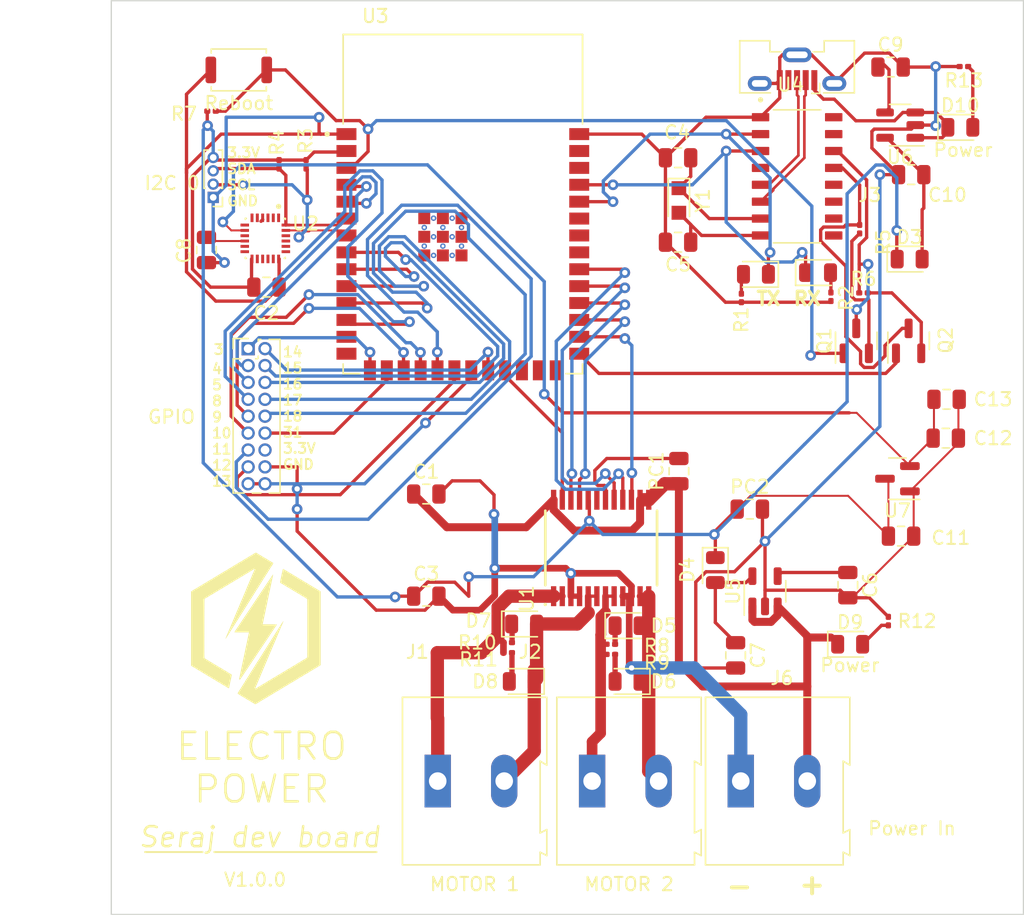
<source format=kicad_pcb>
(kicad_pcb (version 20221018) (generator pcbnew)
  (layers (0 "F.Cu" signal) (31 "B.Cu" signal) (34 "B.Paste" user) (35 "F.Paste" user) (36 "B.SilkS" user "B.Silkscreen") (37 "F.SilkS" user "F.Silkscreen") (38 "B.Mask" user) (39 "F.Mask" user) (44 "Edge.Cuts" user))
  (net 0 "")
  (net 1 "GND")
  (net 2 "+3.3V")
  (net 3 "Net-(J1-Pin_1)")
  (net 4 "Net-(D5-K)")
  (net 5 "Net-(J2-Pin_1)")
  (net 6 "Net-(D5-A)")
  (net 7 "+3V3")
  (net 9 "VBUS")
  (net 10 "Net-(D1-A)")
  (net 11 "/SDA_0")
  (net 12 "Net-(D4-A)")
  (net 13 "/Serial_D-")
  (net 14 "/Serial_D+")
  (net 15 "/SCL_0")
  (net 16 "/PWMB")
  (net 17 "+1V8")
  (net 22 "unconnected-(U2-NC-Pad4)")
  (net 35 "Net-(U2-REGOUT)")
  (net 37 "/BIN2")
  (net 38 "/BIN1")
  (net 40 "/AIN1")
  (net 41 "/AIN2")
  (net 42 "/EN")
  (net 43 "/Serial_TX")
  (net 44 "/Serial_RX")
  (net 45 "Net-(U4-XI)")
  (net 46 "Net-(U4-XO)")
  (net 54 "Net-(D2-A)")
  (net 55 "/Native_D+")
  (net 56 "/Native_D-")
  (net 57 "/GPIO8")
  (net 58 "/GPIO11")
  (net 59 "/PWMA")
  (net 60 "/GPIO4")
  (net 61 "/GPIO5")
  (net 62 "/GPIO15")
  (net 63 "/GPIO16")
  (net 64 "/GPIO17")
  (net 65 "/GPIO18")
  (net 66 "/GPIO3")
  (net 67 "/GPIO31")
  (net 68 "/GPIO9")
  (net 69 "/GPIO10")
  (net 70 "/GPIO13")
  (net 71 "/GPIO14")
  (net 72 "/GPIO32")
  (net 73 "/GPIO33")
  (net 74 "/GPIO30")
  (net 75 "/GPIO27")
  (net 76 "/GPIO28")
  (net 77 "/GPIO29")
  (net 78 "/GPIO2")
  (net 79 "/GPIO1")
  (net 80 "Net-(Q1-B)")
  (net 81 "/RTS#")
  (net 82 "/BOOT")
  (net 83 "Net-(Q2-B)")
  (net 84 "/DTR#")
  (net 85 "Net-(U5-BP)")
  (net 86 "Net-(U6-BP)")
  (net 87 "Net-(D3-A)")
  (net 88 "Net-(D6-A)")
  (net 89 "Net-(D7-K)")
  (net 90 "Net-(D7-A)")
  (net 91 "Net-(D8-A)")
  (net 92 "+12V")
  (net 93 "Net-(D9-A)")
  (net 94 "Net-(D10-A)")
  (footprint "Capacitor_SMD:C_0805_2012Metric" (layer "F.Cu") (at 145.608 77.343 180)
    (fp_text reference "C5")
    (fp_text value "22pF")
  )
  (footprint "Package_TO_SOT_SMD:SOT-23" (layer "F.Cu") (at 162.941 84.7575 90)
    (fp_text reference "Q2")
    (fp_text value "NPN")
  )
  (footprint "LED_SMD:LED_0805_2012Metric" (layer "F.Cu") (at 141.8105 106.172)
    (fp_text reference "D5")
    (fp_text value "LED")
  )
  (footprint "LED_SMD:LED_0805_2012Metric" (layer "F.Cu") (at 166.8295 68.707)
    (fp_text reference "D10")
    (fp_text value "LED")
  )
  (footprint "Capacitor_SMD:C_0805_2012Metric" (layer "F.Cu") (at 149.9335 108.404 -90)
    (fp_text reference "C7")
    (fp_text value "2.2uF")
  )
  (footprint "Resistor_SMD:R_0201_0603Metric" (layer "F.Cu") (at 150.368 81.534 -90)
    (fp_text reference "R1")
    (fp_text value "4.7k")
  )
  (footprint "LED_SMD:LED_0805_2012Metric" (layer "F.Cu") (at 141.8105 110.363 180)
    (fp_text reference "D6")
    (fp_text value "LED")
  )
  (footprint "Resistor_SMD:R_0201_0603Metric" (layer "F.Cu") (at 117.644 71.486 -90)
    (fp_text reference "R3")
    (fp_text value "4.7k")
  )
  (footprint "Resistor_SMD:R_0201_0603Metric" (layer "F.Cu") (at 167.096 64.135 180)
    (fp_text reference "R13")
    (fp_text value "10k")
  )
  (footprint "Capacitor_SMD:C_0805_2012Metric" (layer "F.Cu") (at 145.669 94.554 90)
    (fp_text reference "PC1")
    (fp_text value "10uF")
  )
  (footprint "Resistor_SMD:R_0201_0603Metric" (layer "F.Cu") (at 159.258 76.363 -90)
    (fp_text reference "R5")
    (fp_text value "12k")
  )
  (footprint "Capacitor_SMD:C_0805_2012Metric" (layer "F.Cu") (at 163.134 72.263 180)
    (fp_text reference "C10")
    (fp_text value "2.2uF")
  )
  (footprint "ICM-20948:QFN40P300X300X105-24N" (layer "F.Cu") (at 114.575 77.054 -90)
    (fp_text reference "U2")
    (fp_text value "ICM-20948")
  )
  (footprint "Resistor_SMD:R_0201_0603Metric" (layer "F.Cu") (at 159.548 81.153)
    (fp_text reference "R6")
    (fp_text value "12k")
  )
  (footprint "LED_SMD:LED_0805_2012Metric" (layer "F.Cu") (at 156.1315 79.629)
    (fp_text reference "D2" hide)
    (fp_text value "LED")
  )
  (footprint "Resistor_SMD:R_0201_0603Metric" (layer "F.Cu") (at 115.612 71.486 -90)
    (fp_text reference "R4")
    (fp_text value "4.7k")
  )
  (footprint "Diode_SMD:D_0805_2012Metric" (layer "F.Cu") (at 148.4095 101.993 -90)
    (fp_text reference "D4")
    (fp_text value "1N5819HW-7-F ")
  )
  (footprint "Package_TO_SOT_SMD:SOT-23" (layer "F.Cu") (at 162.1005 95.123 180)
    (fp_text reference "U7")
    (fp_text value "MCP1700x-120xxTT")
  )
  (footprint "Capacitor_SMD:C_0805_2012Metric" (layer "F.Cu") (at 145.608 70.993 180)
    (fp_text reference "C4")
    (fp_text value "22pF")
  )
  (footprint "TerminalBlock:TerminalBlock_Altech_AK300-2_P5.00mm" (layer "F.Cu") (at 139.145 117.856)
    (fp_text reference "J2")
    (fp_text value "MOTOR 2")
  )
  (footprint "Package_TO_SOT_SMD:SOT-23" (layer "F.Cu") (at 159.004 84.7575 90)
    (fp_text reference "Q1")
    (fp_text value "NPN")
  )
  (footprint "Diode_SMD:D_0805_2012Metric" (layer "F.Cu") (at 163.0195 78.613)
    (fp_text reference "D3")
    (fp_text value "1N5819HW-7-F ")
  )
  (footprint "Capacitor_SMD:C_0805_2012Metric" (layer "F.Cu") (at 165.735 92.075)
    (fp_text reference "C12")
    (fp_text value "1uF")
  )
  (footprint "Package_TO_SOT_SMD:SOT-23-5" (layer "F.Cu") (at 152.146 103.586 90)
    (fp_text reference "U5")
    (fp_text value "MIC5219-3.6YM5")
  )
  (footprint "Connector_PinHeader_1.27mm:PinHeader_2x09_P1.27mm_Vertical" (layer "F.Cu") (at 113.284 85.344)
    (fp_text reference "J5" hide)
    (fp_text value "Conn_2Rows-17Pins")
  )
  (footprint "Resistor_SMD:R_0201_0603Metric" (layer "F.Cu") (at 110.531 67.489)
    (fp_text reference "R7")
    (fp_text value "4.7k")
  )
  (footprint "TerminalBlock:TerminalBlock_Altech_AK300-2_P5.00mm" (layer "F.Cu") (at 150.321 117.856)
    (fp_text reference "J6")
    (fp_text value "Power In")
  )
  (footprint "Button_Switch_SMD:SW_Push_SPST_NO_Alps_SKRK" (layer "F.Cu") (at 112.581 64.389)
    (fp_text reference "SW1" hide)
    (fp_text value "Reboot")
  )
  (footprint "Capacitor_SMD:C_0805_2012Metric" (layer "F.Cu") (at 126.6795 96.275)
    (fp_text reference "C1")
    (fp_text value "0.1uF")
  )
  (footprint "Capacitor_SMD:C_0805_2012Metric" (layer "F.Cu") (at 126.6795 103.955)
    (fp_text reference "C3")
    (fp_text value "0.1uF")
  )
  (footprint "Capacitor_SMD:C_0805_2012Metric" (layer "F.Cu") (at 161.586 64.1745)
    (fp_text reference "C9")
    (fp_text value "470pF")
  )
  (footprint "LED_SMD:LED_0805_2012Metric" (layer "F.Cu") (at 133.858 110.363 180)
    (fp_text reference "D8")
    (fp_text value "LED")
  )
  (footprint "TB6612FNG_C_8_EL:SOP65P760X160-24N" (layer "F.Cu") (at 139.827 100.33 90)
    (fp_text reference "U1")
    (fp_text value "TB6612FNG_C_8_EL")
  )
  (footprint "Capacitor_SMD:C_0805_2012Metric" (layer "F.Cu") (at 110.151 77.927 -90)
    (fp_text reference "C8")
    (fp_text value "0.1uF" hide)
  )
  (footprint "Resistor_SMD:R_0201_0603Metric" (layer "F.Cu") (at 140.553 108.331)
    (fp_text reference "R9")
    (fp_text value "10k")
  )
  (footprint "Capacitor_SMD:C_0805_2012Metric" (layer "F.Cu") (at 162.372 99.441)
    (fp_text reference "C11")
    (fp_text value "1uF")
  )
  (footprint "Capacitor_SMD:C_0805_2012Metric" (layer "F.Cu") (at 158.369 103.124 -90)
    (fp_text reference "C6")
    (fp_text value "470pF")
  )
  (footprint "Resistor_SMD:R_0201_0603Metric" (layer "F.Cu") (at 157.099 81.443 -90)
    (fp_text reference "R2")
    (fp_text value "4.7k")
  )
  (footprint "LED_SMD:LED_0805_2012Metric" (layer "F.Cu") (at 151.4625 79.756 180)
    (fp_text reference "D1" hide)
    (fp_text value "LED" hide)
  )
  (footprint "TerminalBlock:TerminalBlock_Altech_AK300-2_P5.00mm" (layer "F.Cu") (at 127.537 117.856)
    (fp_text reference "J1")
    (fp_text value "MOTOR 1")
  )
  (footprint "Package_TO_SOT_SMD:SOT-23-5" (layer "F.Cu") (at 162.306 68.5375 180)
    (fp_text reference "U6")
    (fp_text value "MIC5219-3.6YM5")
  )
  (footprint "ESP32-S3-WROOM-1-N8R8:XCVR_ESP32S3WROOM1N8R8" (layer "F.Cu") (at 129.426 74.475)
    (fp_text reference "U3")
    (fp_text value "ESP32-S3-WROOM-1-N8R8")
  )
  (footprint "Capacitor_SMD:C_0805_2012Metric" (layer "F.Cu") (at 114.662 80.721)
    (fp_text reference "C2")
    (fp_text value "0.1uF")
  )
  (footprint "Capacitor_SMD:C_0805_2012Metric" (layer "F.Cu") (at 165.796 89.154)
    (fp_text reference "C13")
    (fp_text value "0.1uF")
  )
  (footprint "Resistor_SMD:R_0201_0603Metric" (layer "F.Cu") (at 132.7995 108.204)
    (fp_text reference "R11")
    (fp_text value "10k")
  )
  (footprint "Resistor_SMD:R_0201_0603Metric" (layer "F.Cu") (at 140.553 107.569)
    (fp_text reference "R8")
    (fp_text value "10k")
  )
  (footprint "silkscreen:ep-logo-white" (layer "F.Cu") (at 113.919 106.68)
    (fp_text reference "G***" hide)
    (fp_text value "LOGO" hide)
  )
  (footprint "LED_SMD:LED_0805_2012Metric" (layer "F.Cu") (at 134.0335 106.045)
    (fp_text reference "D7")
    (fp_text value "LED")
  )
  (footprint "LED_SMD:LED_0805_2012Metric" (layer "F.Cu") (at 158.5445 107.569)
    (fp_text reference "D9")
    (fp_text value "LED")
  )
  (footprint "Resistor_SMD:R_0201_0603Metric" (layer "F.Cu") (at 161.417 105.827 90)
    (fp_text reference "R12")
    (fp_text value "10k")
  )
  (footprint "Connector_USB:USB_Micro-B_Molex-105133-0031" (layer "F.Cu") (at 154.553 64.33 180)
    (fp_text reference "J3")
    (fp_text value "Serial")
  )
  (footprint "Resistor_SMD:R_0201_0603Metric" (layer "F.Cu") (at 132.7995 107.442)
    (fp_text reference "R10")
    (fp_text value "10k")
  )
  (footprint "Capacitor_SMD:C_0805_2012Metric" (layer "F.Cu") (at 151.003 97.409)
    (fp_text reference "PC2")
    (fp_text value "10uF")
  )
  (footprint "CH340G:SOIC127P600X180-16N" (layer "F.Cu") (at 154.559 72.39)
    (fp_text reference "U4")
    (fp_text value "CH340G" hide)
  )
  (footprint "Connector_PinHeader_1.00mm:PinHeader_1x04_P1.00mm_Vertical" (layer "F.Cu") (at 110.659 73.974 180)
    (fp_text reference "J4" hide)
    (fp_text value "I2C 0")
  )
  (footprint "Crystal:Crystal_SMD_2012-2Pin_2.0x1.2mm_HandSoldering" (layer "F.Cu") (at 145.669 74.204 -90)
    (fp_text reference "Y1")
    (fp_text value "12MHz")
  )
  (gr_line (start 105.537 123.19) (end 109.855 123.19) (stroke (width 0.15)) (layer "F.SilkS"))
  (gr_line (start 110.744 123.19) (end 122.936 123.19) (stroke (width 0.15)) (layer "F.SilkS"))
  (gr_rect (start 102.997 59.182) (end 171.577 127.889) (stroke (width 0.1)) (fill none) (layer "Edge.Cuts"))
  (gr_text "3" (at 110.617 85.852) (layer "F.SilkS") (effects (font (size 0.75 0.75)) (justify left bottom)))
  (gr_text "GPIO" (at 105.664 91.059) (layer "F.SilkS") (effects (font (size 1 1)) (justify left bottom)))
  (gr_text "3.3V\nSDA\nSCL\nGND" (at 111.633 74.676) (layer "F.SilkS") (effects (font (size 0.75 0.75)) (justify left bottom)))
  (gr_text "ELECTRO\nPOWER" (at 114.3 119.634) (layer "F.SilkS") (effects (font (size 2 2) (thickness 0.2) bold) (justify bottom)))
  (gr_text "RX" (at 154.178 82.169) (layer "F.SilkS") (effects (font (size 1 1) (thickness 0.25) bold) (justify left bottom)))
  (gr_text "TX" (at 151.384 82.169) (layer "F.SilkS") (effects (font (size 1 1) (thickness 0.25) bold) (justify left bottom)))
  (gr_text "Power" (at 164.719 70.993) (layer "F.SilkS") (effects (font (size 1 1)) (justify left bottom)))
  (gr_text "14\n15\n16\n17\n18\n31\n3.3V\nGND" (at 115.824 94.488) (layer "F.SilkS") (effects (font (size 0.75 0.75)) (justify left bottom)))
  (gr_text "V1.0.0" (at 111.379 125.857) (layer "F.SilkS") (effects (font (size 1 1)) (justify left bottom)))
  (gr_text "Power" (at 156.21 109.728) (layer "F.SilkS") (effects (font (size 1 1)) (justify left bottom)))
  (gr_text "-" (at 149.098 126.619) (layer "F.SilkS") (effects (font (size 1.5 1.5) (thickness 0.3) bold) (justify left bottom)))
  (gr_text "4\n5\n8\n9\n10\n11\n12\n13" (at 110.49 95.758) (layer "F.SilkS") (effects (font (size 0.75 0.75)) (justify left bottom)))
  (gr_text "+" (at 154.559 126.492) (layer "F.SilkS") (effects (font (size 1.5 1.5) (thickness 0.3) bold) (justify left bottom)))
  (gr_text "Seraj dev board\n" (at 114.173 122.936) (layer "F.SilkS") (effects (font (size 1.5 1.5) (thickness 0.1875) italic) (justify bottom)))
  (segment (start 147.710912 102.118) (end 146.939 102.889912) (width 0.25) (layer "F.Cu") (net 1))
  (segment (start 139.573 95.63) (end 140.077 95.63) (width 0.25) (layer "F.Cu") (net 1))
  (segment (start 126.5795 105.005) (end 127.6295 103.955) (width 0.25) (layer "F.Cu") (net 1))
  (segment (start 152.146 99.822) (end 149.85 102.118) (width 0.25) (layer "F.Cu") (net 1))
  (segment (start 127.6295 103.955) (end 128.6795 105.005) (width 0.5) (layer "F.Cu") (net 1))
  (segment (start 114.562 81.771) (end 110.854 81.771) (width 0.25) (layer "F.Cu") (net 1))
  (segment (start 116.967 99.06) (end 122.912 105.005) (width 0.25) (layer "F.Cu") (net 1))
  (segment (start 144.658 70.993) (end 144.658 77.343) (width 0.25) (layer "F.Cu") (net 1))
  (segment (start 116.967 99.06) (end 116.967 97.409) (width 0.25) (layer "F.Cu") (net 1))
  (segment (start 139.351003 94.499551) (end 139.351003 95.408003) (width 0.25) (layer "F.Cu") (net 1))
  (segment (start 153.253 65.155) (end 153.253 63.458849) (width 0.25) (layer "F.Cu") (net 1))
  (segment (start 153.253 66.501) (end 153.253 65.155) (width 0.25) (layer "F.Cu") (net 1))
  (segment (start 115.612 80.721) (end 114.562 81.771) (width 0.25) (layer "F.Cu") (net 1))
  (segment (start 163.322 99.441) (end 163.322 96.357) (width 0.15) (layer "F.Cu") (net 1))
  (segment (start 110.854 81.771) (end 108.651 79.568) (width 0.25) (layer "F.Cu") (net 1))
  (segment (start 151.953 97.409) (end 151.953 99.629) (width 0.25) (layer "F.Cu") (net 1))
  (segment (start 137.541 102.235) (end 137.16 101.854) (width 0.5) (layer "F.Cu") (net 1))
  (segment (start 118.618 69.088) (end 118.745 69.215) (width 0.25) (layer "F.Cu") (net 1))
  (segment (start 112.938986 96.323911) (end 120.211089 96.323911) (width 0.25) (layer "F.Cu") (net 1))
  (segment (start 161.486 63.1245) (end 162.536 64.1745) (width 0.25) (layer "F.Cu") (net 1))
  (segment (start 158.689 104.074) (end 158.369 104.074) (width 0.15) (layer "F.Cu") (net 1))
  (segment (start 122.912 105.005) (end 126.5795 105.005) (width 0.25) (layer "F.Cu") (net 1))
  (segment (start 111.496 78.877) (end 111.506 78.867) (width 0.25) (layer "F.Cu") (net 1))
  (segment (start 113.284 95.504) (end 114.554 95.504) (width 0.25) (layer "F.Cu") (net 1))
  (segment (start 128.778 86.962) (end 128.791 86.975) (width 0.25) (layer "F.Cu") (net 1))
  (segment (start 108.651 71.816) (end 111.252 69.215) (width 0.25) (layer "F.Cu") (net 1))
  (segment (start 111.252 69.215) (end 118.745 69.215) (width 0.25) (layer "F.Cu") (net 1))
  (segment (start 153.456849 63.255) (end 154.553 63.255) (width 0.25) (layer "F.Cu") (net 1))
  (segment (start 141.9355 109.1695) (end 141.9355 104.1215) (width 0.5) (layer "F.Cu") (net 1))
  (segment (start 137.552 103.955) (end 137.552 102.246) (width 0.5) (layer "F.Cu") (net 1))
  (segment (start 163.4435 68.5375) (end 164.9305 68.5375) (width 0.25) (layer "F.Cu") (net 1))
  (segment (start 158.369 104.074) (end 157.8 103.505) (width 0.25) (layer "F.Cu") (net 1))
  (segment (start 166.685 92.075) (end 166.685 89.215) (width 0.15) (layer "F.Cu") (net 1))
  (segment (start 131.826 103.899) (end 131.77 103.955) (width 0.25) (layer "F.Cu") (net 1))
  (segment (start 166.685 89.215) (end 166.746 89.154) (width 0.15) (layer "F.Cu") (net 1))
  (segment (start 120.211089 96.323911) (end 128.791 87.744) (width 0.25) (layer "F.Cu") (net 1))
  (segment (start 164.9335 64.1745) (end 164.973 64.135) (width 0.25) (layer "F.Cu") (net 1))
  (segment (start 155.649151 63.255) (end 157.353 64.958849) (width 0.25) (layer "F.Cu") (net 1))
  (segment (start 142.102 103.955) (end 141.452 103.955) (width 0.5) (layer "F.Cu") (net 1))
  (segment (start 128.791 87.744) (end 128.791 86.975) (width 0.25) (layer "F.Cu") (net 1))
  (segment (start 130.061 87.49) (end 130.061 86.975) (width 0.25) (layer "F.Cu") (net 1))
  (segment (start 159.984 104.074) (end 161.417 105.507) (width 0.25) (layer "F.Cu") (net 1))
  (segment (start 150.368 81.854) (end 149.169 81.854) (width 0.25) (layer "F.Cu") (net 1))
  (segment (start 142.102 103.955) (end 142.102 103.205) (width 0.5) (layer "F.Cu") (net 1))
  (segment (start 137.16 101.854) (end 131.826 101.854) (width 0.5) (layer "F.Cu") (net 1))
  (segment (start 163.322 99.441) (end 158.689 104.074) (width 0.15) (layer "F.Cu") (net 1))
  (segment (start 112.459 95.843925) (end 112.938986 96.323911) (width 0.25) (layer "F.Cu") (net 1))
  (segment (start 149.9335 109.354) (end 150.321 109.7415) (width 0.25) (layer "F.Cu") (net 1))
  (segment (start 145.669 93.604) (end 140.246554 93.604) (width 0.25) (layer "F.Cu") (net 1))
  (segment (start 153.253 63.458849) (end 153.456849 63.255) (width 0.25) (layer "F.Cu") (net 1))
  (segment (start 149.85 102.118) (end 147.710912 102.118) (width 0.25) (layer "F.Cu") (net 1))
  (segment (start 163.322 96.357) (end 163.038 96.073) (width 0.15) (layer "F.Cu") (net 1))
  (segment (start 140.077 95.63) (end 140.152 95.705) (width 0.25) (layer "F.Cu") (net 1))
  (segment (start 149.169 81.854) (end 144.658 77.343) (width 0.25) (layer "F.Cu") (net 1))
  (segment (start 128.6795 105.005) (end 130.72 105.005) (width 0.5) (layer "F.Cu") (net 1))
  (segment (start 163.038 96.073) (end 166.685 92.426) (width 0.15) (layer "F.Cu") (net 1))
  (segment (start 138.202 103.955) (end 137.552 103.955) (width 0.4) (layer "F.Cu") (net 1))
  (segment (start 140.152 95.705) (end 140.152 96.705) (width 0.25) (layer "F.Cu") (net 1))
  (segment (start 113.284 94.234) (end 112.459 95.059) (width 0.25) (layer "F.Cu") (net 1))
  (segment (start 116.967 94.234) (end 116.967 95.873911) (width 0.25) (layer "F.Cu") (net 1))
  (segment (start 146.946 109.354) (end 149.9335 109.354) (width 0.25) (layer "F.Cu") (net 1))
  (segment (start 151.809 67.945) (end 153.253 66.501) (width 0.25) (layer "F.Cu") (net 1))
  (segment (start 110.481 64.389) (end 108.651 66.219) (width 0.25) (layer "F.Cu") (net 1))
  (segment (start 137.552 102.246) (end 137.541 102.235) (width 0.25) (layer "F.Cu") (net 1))
  (segment (start 152.146 103.505) (end 152.146 99.822) (width 0.25) (layer "F.Cu") (net 1))
  (segment (start 152.146 104.7235) (end 152.146 103.505) (width 0.25) (layer "F.Cu") (net 1))
  (segment (start 139.351003 95.408003) (end 139.573 95.63) (width 0.25) (layer "F.Cu") (net 1))
  (segment (start 130.048 86.962) (end 130.061 86.975) (width 0.25) (layer "F.Cu") (net 1))
  (segment (start 163.1435 68.8375) (end 163.4435 68.5375) (width 0.25) (layer "F.Cu") (net 1))
  (segment (start 130.72 95.285) (end 131.77 96.335) (width 0.25) (layer "F.Cu") (net 1))
  (segment (start 140.246554 93.604) (end 139.351003 94.499551) (width 0.25) (layer "F.Cu") (net 1))
  (segment (start 108.651 72.136) (end 108.651 71.816) (width 0.25) (layer "F.Cu") (net 1))
  (segment (start 115.612 79.451) (end 115.612 78.601) (width 0.25) (layer "F.Cu") (net 1))
  (segment (start 114.554 94.234) (end 116.967 94.234) (width 0.25) (layer "F.Cu") (net 1))
  (segment (start 126.619 90.932) (end 130.061 87.49) (width 0.25) (layer "F.Cu") (net 1))
  (segment (start 118.745 69.215) (end 120.676 69.215) (width 0.25) (layer "F.Cu") (net 1))
  (segment (start 131.826 101.854) (end 131.826 103.899) (width 0.5) (layer "F.Cu") (net 1))
  (segment (start 142.102 103.205) (end 141.132 102.235) (width 0.5) (layer "F.Cu") (net 1))
  (segment (start 144.658 70.993) (end 142.88 69.215) (width 0.25) (layer "F.Cu") (net 1))
  (segment (start 157.099 81.763) (end 157.008 81.854) (width 0.25) (layer "F.Cu") (net 1))
  (segment (start 158.369 104.074) (end 159.984 104.074) (width 0.25) (layer "F.Cu") (net 1))
  (segment (start 160.782 72.263) (end 162.184 72.263) (width 0.25) (layer "F.Cu") (net 1))
  (segment (start 153.003 65.405) (end 153.253 65.155) (width 0.25) (layer "F.Cu") (net 1))
  (segment (start 159.6335 63.1245) (end 161.486 63.1245) (width 0.25) (layer "F.Cu") (net 1))
  (segment (start 164.9305 68.5375) (end 164.973 68.58) (width 0.25) (layer "F.Cu") (net 1))
  (segment (start 141.132 102.235) (end 137.541 102.235) (width 0.5) (layer "F.Cu") (net 1))
  (segment (start 112.459 95.059) (end 112.459 95.843925) (width 0.25) (layer "F.Cu") (net 1))
  (segment (start 146.939 109.347) (end 146.946 109.354) (width 0.25) (layer "F.Cu") (net 1))
  (segment (start 142.113 109.347) (end 141.9355 109.1695) (width 0.25) (layer "F.Cu") (net 1))
  (segment (start 141.9355 104.1215) (end 142.102 103.955) (width 0.25) (layer "F.Cu") (net 1))
  (segment (start 157.8 103.505) (end 152.146 103.505) (width 0.25) (layer "F.Cu") (net 1))
  (segment (start 151.953 99.629) (end 152.146 99.822) (width 0.25) (layer "F.Cu") (net 1))
  (segment (start 164.973 64.135) (end 166.776 64.135) (width 0.25) (layer "F.Cu") (net 1))
  (segment (start 115.612 80.721) (end 115.612 79.451) (width 0.25) (layer "F.Cu") (net 1))
  (segment (start 162.184 72.263) (end 160.181 70.26) (width 0.25) (layer "F.Cu") (net 1))
  (segment (start 128.6195 95.285) (end 130.72 95.285) (width 0.25) (layer "F.Cu") (net 1))
  (segment (start 144.658 70.993) (end 147.706 67.945) (width 0.25) (layer "F.Cu") (net 1))
  (segment (start 166.685 92.426) (end 166.685 92.075) (width 0.15) (layer "F.Cu") (net 1))
  (segment (start 142.88 69.215) (end 138.176 69.215) (width 0.25) (layer "F.Cu") (net 1))
  (segment (start 160.181 70.26) (end 160.181 69.0095) (width 0.25) (layer "F.Cu") (net 1))
  (segment (start 131.77 97.79) (end 131.77 96.335) (width 0.25) (layer "F.Cu") (net 1))
  (segment (start 130.72 105.005) (end 131.77 103.955) (width 0.5) (layer "F.Cu") (net 1))
  (segment (start 154.553 63.255) (end 155.649151 63.255) (width 0.25) (layer "F.Cu") (net 1))
  (segment (start 157.008 81.854) (end 150.368 81.854) (width 0.25) (layer "F.Cu") (net 1))
  (segment (start 110.151 78.877) (end 111.496 78.877) (width 0.25) (layer "F.Cu") (net 1))
  (segment (start 147.706 67.945) (end 151.809 67.945) (width 0.25) (layer "F.Cu") (net 1))
  (segment (start 146.939 102.889912) (end 146.939 109.347) (width 0.25) (layer "F.Cu") (net 1))
  (segment (start 130.061 87.617) (end 130.061 86.975) (width 0.25) (layer "F.Cu") (net 1))
  (segment (start 157.353 65.405) (end 159.6335 63.1245) (width 0.25) (layer "F.Cu") (net 1))
  (segment (start 162.536 64.1745) (end 164.9335 64.1745) (width 0.25) (layer "F.Cu") (net 1))
  (segment (start 118.618 67.945) (end 118.618 69.088) (width 0.25) (layer "F.Cu") (net 1))
  (segment (start 108.651 79.568) (end 108.651 72.136) (width 0.25) (layer "F.Cu") (net 1))
  (segment (start 151.753 65.405) (end 153.003 65.405) (width 0.25) (layer "F.Cu") (net 1))
  (segment (start 160.353 68.8375) (end 163.1435 68.8375) (width 0.25) (layer "F.Cu") (net 1))
  (segment (start 160.181 69.0095) (end 160.353 68.8375) (width 0.25) (layer "F.Cu") (net 1))
  (segment (start 115.612 78.601) (end 115.61 78.599) (width 0.25) (layer "F.Cu") (net 1))
  (segment (start 157.353 64.958849) (end 157.353 65.405) (width 0.25) (layer "F.Cu") (net 1))
  (segment (start 127.6295 96.275) (end 128.6195 95.285) (width 0.25) (layer "F.Cu") (net 1))
  (segment (start 108.651 66.219) (end 108.651 72.136) (width 0.25) (layer "F.Cu") (net 1))
  (via (at 152.146 99.822) (size 0.8) (drill 0.4) (layers "F.Cu" "B.Cu") (net 1))
  (via (at 164.973 64.135) (size 0.8) (drill 0.4) (layers "F.Cu" "B.Cu") (net 1))
  (via (at 137.541 102.235) (size 0.8) (drill 0.4) (layers "F.Cu" "B.Cu") (net 1))
  (via (at 160.782 72.263) (size 0.8) (drill 0.4) (layers "F.Cu" "B.Cu") (net 1))
  (via (at 142.113 109.347) (size 0.8) (drill 0.4) (layers "F.Cu" "B.Cu") (net 1))
  (via (at 131.826 101.854) (size 0.8) (drill 0.4) (layers "F.Cu" "B.Cu") (net 1))
  (via (at 164.973 68.58) (size 0.8) (drill 0.4) (layers "F.Cu" "B.Cu") (net 1))
  (via (at 116.967 97.409) (size 0.8) (drill 0.4) (layers "F.Cu" "B.Cu") (net 1))
  (via (at 111.506 78.867) (size 0.8) (drill 0.4) (layers "F.Cu" "B.Cu") (net 1))
  (via (at 116.967 95.885) (size 0.8) (drill 0.4) (layers "F.Cu" "B.Cu") (net 1))
  (via (at 118.618 67.945) (size 0.8) (drill 0.4) (layers "F.Cu" "B.Cu") (net 1))
  (via (at 131.77 97.79) (size 0.8) (drill 0.4) (layers "F.Cu" "B.Cu") (net 1))
  (segment (start 116.967 97.409) (end 116.967 95.954) (width 0.25) (layer "B.Cu") (net 1))
  (segment (start 111.633 73.060661) (end 111.633 67.945) (width 0.25) (layer "B.Cu") (net 1))
  (segment (start 164.973 68.58) (end 164.973 64.135) (width 0.25) (layer "B.Cu") (net 1))
  (segment (start 110.659 78.02) (end 110.659 73.974) (width 0.25) (layer "B.Cu") (net 1))
  (segment (start 131.826 97.846) (end 131.77 97.79) (width 0.25) (layer "B.Cu") (net 1))
  (segment (start 111.633 67.945) (end 118.618 67.945) (width 0.25) (layer "B.Cu") (net 1))
  (segment (start 160.782 91.186) (end 156.1465 95.8215) (width 0.25) (layer "B.Cu") (net 1))
  (segment (start 131.826 101.854) (end 131.826 97.846) (width 0.5) (layer "B.Cu") (net 1))
  (segment (start 111.506 78.867) (end 110.659 78.02) (width 0.25) (layer "B.Cu") (net 1))
  (segment (start 110.659 73.974) (end 110.719661 73.974) (width 0.25) (layer "B.Cu") (net 1))
  (segment (start 150.321 112.856) (end 146.812 109.347) (width 1) (layer "B.Cu") (net 1))
  (segment (start 146.812 109.347) (end 142.113 109.347) (width 1) (layer "B.Cu") (net 1))
  (segment (start 122.047 95.504) (end 126.619 90.932) (width 0.25) (layer "B.Cu") (net 1))
  (segment (start 156.1465 95.8215) (end 152.146 99.822) (width 0.25) (layer "B.Cu") (net 1))
  (segment (start 110.719661 73.974) (end 111.633 73.060661) (width 0.25) (layer "B.Cu") (net 1))
  (segment (start 160.782 72.263) (end 160.782 91.186) (width 0.25) (layer "B.Cu") (net 1))
  (segment (start 150.321 117.856) (end 150.321 112.856) (width 1) (layer "B.Cu") (net 1))
  (segment (start 114.554 95.504) (end 122.047 95.504) (width 0.25) (layer "B.Cu") (net 1))
  (segment (start 146.939 109.347) (end 146.812 109.347) (width 0.25) (layer "B.Cu") (net 1))
  (segment (start 125.7295 103.955) (end 126.7795 102.905) (width 0.25) (layer "F.Cu") (net 2))
  (segment (start 128.82 102.905) (end 129.87 103.955) (width 0.25) (layer "F.Cu") (net 2))
  (segment (start 109.101 79.365174) (end 109.101 72.373) (width 0.25) (layer "F.Cu") (net 2))
  (segment (start 162.052 78.583) (end 162.082 78.613) (width 0.25) (layer "F.Cu") (net 2))
  (segment (start 148.4095 101.0555) (end 148.4095 99.3875) (width 0.25) (layer "F.Cu") (net 2))
  (segment (start 118.247 70.563) (end 120.5985 70.563) (width 0.25) (layer "F.Cu") (net 2))
  (segment (start 148.336 99.126) (end 148.336 99.314) (width 0.25) (layer "F.Cu") (net 2))
  (segment (start 110.211 67.489) (end 110.211 68.555) (width 0.25) (layer "F.Cu") (net 2))
  (segment (start 125.7295 103.955) (end 124.391 103.955) (width 0.25) (layer "F.Cu") (net 2))
  (segment (start 161.422 95.382) (end 161.163 95.123) (width 0.15) (layer "F.Cu") (net 2))
  (segment (start 125.7295 103.955) (end 126.8045 102.88) (width 0.25) (layer "F.Cu") (net 2))
  (segment (start 113.54 80.549) (end 113.54 78.599) (width 0.25) (layer "F.Cu") (net 2))
  (segment (start 113.712 80.721) (end 110.456826 80.721) (width 0.25) (layer "F.Cu") (net 2))
  (segment (start 110.5 70.974) (end 110.659 70.974) (width 0.25) (layer "F.Cu") (net 2))
  (segment (start 162.052 76.454) (end 162.052 78.583) (width 0.25) (layer "F.Cu") (net 2))
  (segment (start 124.391 103.955) (end 124.333 104.013) (width 0.25) (layer "F.Cu") (net 2))
  (segment (start 151.053 96.409) (end 150.053 97.409) (width 0.15) (layer "F.Cu") (net 2))
  (segment (start 129.87 102.489) (end 129.87 103.955) (width 0.25) (layer "F.Cu") (net 2))
  (segment (start 161.422 99.441) (end 161.422 95.382) (width 0.15) (layer "F.Cu") (net 2))
  (segment (start 150.053 97.409) (end 148.336 99.126) (width 0.25) (layer "F.Cu") (net 2))
  (segment (start 138.938 96.791) (end 138.852 96.705) (width 0.25) (layer "F.Cu") (net 2))
  (segment (start 117.644 71.166) (end 118.247 70.563) (width 0.25) (layer "F.Cu") (net 2))
  (segment (start 115.612 71.166) (end 110.851 71.166) (width 0.25) (layer "F.Cu") (net 2))
  (segment (start 138.938 98.2985) (end 138.938 96.791) (width 0.25) (layer "F.Cu") (net 2))
  (segment (start 161.422 99.441) (end 158.39 96.409) (width 0.15) (layer "F.Cu") (net 2))
  (segment (start 110.456826 80.721) (end 109.101 79.365174) (width 0.25) (layer "F.Cu") (net 2))
  (segment (start 148.4095 99.3875) (end 148.336 99.314) (width 0.25) (layer "F.Cu") (net 2))
  (segment (start 110.851 71.166) (end 110.659 70.974) (width 0.25) (layer "F.Cu") (net 2))
  (segment (start 113.712 80.721) (end 113.54 80.549) (width 0.25) (layer "F.Cu") (net 2))
  (segment (start 126.7795 102.905) (end 128.82 102.905) (width 0.25) (layer "F.Cu") (net 2))
  (segment (start 158.39 96.409) (end 151.053 96.409) (width 0.15) (layer "F.Cu") (net 2))
  (segment (start 110.211 68.555) (end 110.236 68.58) (width 0.25) (layer "F.Cu") (net 2))
  (segment (start 109.101 72.373) (end 110.5 70.974) (width 0.25) (layer "F.Cu") (net 2))
  (segment (start 115.612 71.166) (end 117.644 71.166) (width 0.25) (layer "F.Cu") (net 2))
  (via (at 124.333 104.013) (size 0.8) (drill 0.4) (layers "F.Cu" "B.Cu") (net 2))
  (via (at 148.336 99.314) (size 0.8) (drill 0.4) (layers "F.Cu" "B.Cu") (net 2))
  (via (at 138.938 98.2985) (size 0.8) (drill 0.4) (layers "F.Cu" "B.Cu") (net 2))
  (via (at 162.052 76.454) (size 0.8) (drill 0.4) (layers "F.Cu" "B.Cu") (net 2))
  (via (at 110.236 68.58) (size 0.8) (drill 0.4) (layers "F.Cu" "B.Cu") (net 2))
  (via (at 129.87 102.489) (size 0.8) (drill 0.4) (layers "F.Cu" "B.Cu") (net 2))
  (segment (start 158.316361 89.333639) (end 155.1305 92.5195) (width 0.25) (layer "B.Cu") (net 2))
  (segment (start 119.991679 104.013) (end 109.909 93.930321) (width 0.25) (layer "B.Cu") (net 2))
  (segment (start 109.909 93.930321) (end 109.909 68.907) (width 0.25) (layer "B.Cu") (net 2))
  (segment (start 161.082305 71.538) (end 160.481695 71.538) (width 0.25) (layer "B.Cu") (net 2))
  (segment (start 155.1305 92.5195) (end 148.336 99.314) (width 0.25) (layer "B.Cu") (net 2))
  (segment (start 139.9535 99.314) (end 148.336 99.314) (width 0.25) (layer "B.Cu") (net 2))
  (segment (start 162.052 76.454) (end 162.052 72.507695) (width 0.25) (layer "B.Cu") (net 2))
  (segment (start 138.938 98.2985) (end 139.9535 99.314) (width 0.25) (layer "B.Cu") (net 2))
  (segment (start 162.052 72.507695) (end 161.082305 71.538) (width 0.25) (layer "B.Cu") (net 2))
  (segment (start 110.236 68.58) (end 110.659 69.003) (width 0.25) (layer "B.Cu") (net 2))
  (segment (start 138.9375 98.2985) (end 134.747 102.489) (width 0.25) (layer "B.Cu") (net 2))
  (segment (start 158.316361 73.703334) (end 158.316361 89.333639) (width 0.25) (layer "B.Cu") (net 2))
  (segment (start 110.659 69.003) (end 110.659 70.974) (width 0.25) (layer "B.Cu") (net 2))
  (segment (start 138.938 98.2985) (end 138.9375 98.2985) (width 0.25) (layer "B.Cu") (net 2))
  (segment (start 160.481695 71.538) (end 158.316361 73.703334) (width 0.25) (layer "B.Cu") (net 2))
  (segment (start 134.747 102.489) (end 129.87 102.489) (width 0.25) (layer "B.Cu") (net 2))
  (segment (start 124.333 104.013) (end 119.991679 104.013) (width 0.25) (layer "B.Cu") (net 2))
  (segment (start 109.909 68.907) (end 110.236 68.58) (width 0.25) (layer "B.Cu") (net 2))
  (segment (start 132.08 104.775) (end 132.08 105.549912) (width 1) (layer "F.Cu") (net 3))
  (segment (start 132.08 107.0425) (end 132.4795 107.442) (width 0.5) (layer "F.Cu") (net 3))
  (segment (start 130.81 108.204) (end 132.08 106.934) (width 1) (layer "F.Cu") (net 3))
  (segment (start 132.4795 107.442) (end 132.4795 108.204) (width 0.5) (layer "F.Cu") (net 3))
  (segment (start 127.537 113.1465) (end 127.537 117.856) (width 1) (layer "F.Cu") (net 3))
  (segment (start 132.08 105.549912) (end 132.08 106.934) (width 1) (layer "F.Cu") (net 3))
  (segment (start 127.508 108.204) (end 130.81 108.204) (width 1) (layer "F.Cu") (net 3))
  (segment (start 132.9 103.955) (end 132.08 104.775) (width 1) (layer "F.Cu") (net 3))
  (segment (start 136.252 103.955) (end 136.902 103.955) (width 0.5) (layer "F.Cu") (net 3))
  (segment (start 127.508 113.1175) (end 127.537 113.1465) (width 0.5) (layer "F.Cu") (net 3))
  (segment (start 136.252 103.955) (end 132.9 103.955) (width 1) (layer "F.Cu") (net 3))
  (segment (start 127.508 108.204) (end 127.508 113.1175) (width 1) (layer "F.Cu") (net 3))
  (segment (start 132.08 106.934) (end 132.08 107.0425) (width 0.5) (layer "F.Cu") (net 3))
  (segment (start 140.873 107.569) (end 140.873 106.172) (width 0.4) (layer "F.Cu") (net 4))
  (segment (start 139.7855 106.8545) (end 139.7855 114.2585) (width 0.8) (layer "F.Cu") (net 5))
  (segment (start 140.152 103.955) (end 140.802 103.955) (width 0.25) (layer "F.Cu") (net 5))
  (segment (start 139.145 117.206) (end 139.827 116.524) (width 0.5) (layer "F.Cu") (net 5))
  (segment (start 139.802 106.838) (end 139.802 105.505) (width 0.8) (layer "F.Cu") (net 5))
  (segment (start 139.145 117.856) (end 139.145 117.206) (width 0.5) (layer "F.Cu") (net 5))
  (segment (start 139.7855 114.2585) (end 139.145 114.899) (width 0.8) (layer "F.Cu") (net 5))
  (segment (start 139.802 106.838) (end 139.7855 106.8545) (width 0.8) (layer "F.Cu") (net 5))
  (segment (start 139.145 114.899) (end 139.145 117.856) (width 0.8) (layer "F.Cu") (net 5))
  (segment (start 139.802 105.505) (end 140.152 105.155) (width 0.8) (layer "F.Cu") (net 5))
  (segment (start 140.152 105.155) (end 140.152 103.955) (width 0.5) (layer "F.Cu") (net 5))
  (segment (start 143.402 110.363) (end 143.402 117.113) (width 1) (layer "F.Cu") (net 6))
  (segment (start 142.748 110.363) (end 143.402 110.363) (width 0.25) (layer "F.Cu") (net 6))
  (segment (start 142.748 103.959) (end 142.752 103.955) (width 0.25) (layer "F.Cu") (net 6))
  (segment (start 143.402 110.363) (end 143.402 103.955) (width 1) (layer "F.Cu") (net 6))
  (segment (start 143.402 117.113) (end 144.145 117.856) (width 1) (layer "F.Cu") (net 6))
  (segment (start 143.402 103.955) (end 142.752 103.955) (width 0.5) (layer "F.Cu") (net 6))
  (segment (start 155.853 65.905) (end 155.853 65.155) (width 0.25) (layer "F.Cu") (net 9))
  (segment (start 163.4435 67.5875) (end 165.005805 67.5875) (width 0.25) (layer "F.Cu") (net 9))
  (segment (start 165.728 68.61) (end 165.698 68.58) (width 0.25) (layer "F.Cu") (net 9))
  (segment (start 162.506908 67.5875) (end 161.881908 68.2125) (width 0.25) (layer "F.Cu") (net 9))
  (segment (start 163.4435 67.5875) (end 162.506908 67.5875) (width 0.25) (layer "F.Cu") (net 9))
  (segment (start 165.698 69.252) (end 165.4625 69.4875) (width 0.25) (layer "F.Cu") (net 9))
  (segment (start 161.881908 68.2125) (end 158.97344 68.2125) (width 0.25) (layer "F.Cu") (net 9))
  (segment (start 156.5355 66.5875) (end 155.853 65.905) (width 0.25) (layer "F.Cu") (net 9))
  (segment (start 165.005805 67.5875) (end 165.698 68.279695) (width 0.25) (layer "F.Cu") (net 9))
  (segment (start 158.97344 68.2125) (end 157.34844 66.5875) (width 0.25) (layer "F.Cu") (net 9))
  (segment (start 165.698 68.58) (end 165.698 69.252) (width 0.25) (layer "F.Cu") (net 9))
  (segment (start 165.698 68.279695) (end 165.698 68.58) (width 0.25) (layer "F.Cu") (net 9))
  (segment (start 165.4625 69.4875) (end 163.4435 69.4875) (width 0.25) (layer "F.Cu") (net 9))
  (segment (start 157.34844 66.5875) (end 156.5355 66.5875) (width 0.25) (layer "F.Cu") (net 9))
  (segment (start 150.368 81.214) (end 150.368 79.913) (width 0.25) (layer "F.Cu") (net 10))
  (segment (start 150.368 79.913) (end 150.525 79.756) (width 0.25) (layer "F.Cu") (net 10))
  (segment (start 116.12 76.054) (end 120.1875 76.054) (width 0.2) (layer "F.Cu") (net 11))
  (segment (start 120.1875 76.054) (end 120.1875 76.0535) (width 0.25) (layer "F.Cu") (net 11))
  (segment (start 116.12 72.314) (end 116.12 76.054) (width 0.25) (layer "F.Cu") (net 11))
  (segment (start 120.1875 76.0535) (end 120.676 75.565) (width 0.25) (layer "F.Cu") (net 11))
  (segment (start 110.827 71.806) (end 110.659 71.974) (width 0.25) (layer "F.Cu") (net 11))
  (segment (start 115.612 71.806) (end 116.12 72.314) (width 0.25) (layer "F.Cu") (net 11))
  (segment (start 115.612 71.806) (end 110.827 71.806) (width 0.25) (layer "F.Cu") (net 11))
  (segment (start 151.196 102.4485) (end 150.714 102.9305) (width 0.25) (layer "F.Cu") (net 12))
  (segment (start 149.9335 107.454) (end 148.4095 105.93) (width 0.25) (layer "F.Cu") (net 12))
  (segment (start 150.714 102.9305) (end 148.4095 102.9305) (width 0.25) (layer "F.Cu") (net 12))
  (segment (start 148.4095 105.93) (end 148.4095 102.9305) (width 0.25) (layer "F.Cu") (net 12))
  (segment (start 155.103 66.380001) (end 155.203 66.280001) (width 0.2) (layer "F.Cu") (net 13))
  (segment (start 152.764 73.43021) (end 152.764 73.34) (width 0.2) (layer "F.Cu") (net 13))
  (segment (start 152.764 73.34) (end 155.103 71.001) (width 0.2) (layer "F.Cu") (net 13))
  (segment (start 152.469 73.635) (end 152.55921 73.635) (width 0.2) (layer "F.Cu") (net 13))
  (segment (start 155.103 71.001) (end 155.103 66.380001) (width 0.2) (layer "F.Cu") (net 13))
  (segment (start 155.203 66.280001) (end 155.203 65.155) (width 0.2) (layer "F.Cu") (net 13))
  (segment (start 152.55921 73.635) (end 152.764 73.43021) (width 0.2) (layer "F.Cu") (net 13))
  (segment (start 151.809 74.295) (end 152.469 73.635) (width 0.2) (layer "F.Cu") (net 13))
  (segment (start 154.653 70.814603) (end 154.653 66.380001) (width 0.2) (layer "F.Cu") (net 14))
  (segment (start 151.809 73.025) (end 152.442603 73.025) (width 0.2) (layer "F.Cu") (net 14))
  (segment (start 154.553 66.280001) (end 154.553 65.155) (width 0.2) (layer "F.Cu") (net 14))
  (segment (start 152.442603 73.025) (end 154.653 70.814603) (width 0.2) (layer "F.Cu") (net 14))
  (segment (start 154.653 66.380001) (end 154.553 66.280001) (width 0.2) (layer "F.Cu") (net 14))
  (segment (start 117.577 76.479) (end 117.856 76.479) (width 0.25) (layer "F.Cu") (net 15))
  (segment (start 117.729 74.168) (end 117.729 71.891) (width 0.25) (layer "F.Cu") (net 15))
  (segment (start 112.903 73.025) (end 110.71 73.025) (width 0.25) (layer "F.Cu") (net 15))
  (segment (start 117.094 76.962) (end 117.577 76.479) (width 0.25) (layer "F.Cu") (net 15))
  (segment (start 120.676 76.835) (end 120.295 76.454) (width 0.15) (layer "F.Cu") (net 15))
  (segment (start 110.71 73.025) (end 110.659 72.974) (width 0.25) (layer "F.Cu") (net 15))
  (segment (start 120.295 76.454) (end 116.12 76.454) (width 0.15) (layer "F.Cu") (net 15))
  (segment (start 117.729 71.891) (end 117.644 71.806) (width 0.25) (layer "F.Cu") (net 15))
  (via (at 117.094 76.962) (size 0.8) (drill 0.4) (layers "F.Cu" "B.Cu") (net 15))
  (via (at 112.903 73.025) (size 0.8) (drill 0.4) (layers "F.Cu" "B.Cu") (net 15))
  (via (at 117.729 74.168) (size 0.8) (drill 0.4) (layers "F.Cu" "B.Cu") (net 15))
  (segment (start 116.586 73.025) (end 117.729 74.168) (width 0.25) (layer "B.Cu") (net 15))
  (segment (start 117.094 76.962) (end 117.729 76.327) (width 0.25) (layer "B.Cu") (net 15))
  (segment (start 112.903 73.025) (end 116.586 73.025) (width 0.25) (layer "B.Cu") (net 15))
  (segment (start 117.729 76.327) (end 117.729 74.168) (width 0.25) (layer "B.Cu") (net 15))
  (segment (start 138.176 84.455) (end 141.478 84.455) (width 0.25) (layer "F.Cu") (net 16))
  (segment (start 142.133585 94.687046) (end 142.133585 96.673415) (width 0.25) (layer "F.Cu") (net 16))
  (segment (start 141.478 84.455) (end 141.605 84.582) (width 0.25) (layer "F.Cu") (net 16))
  (segment (start 142.133585 96.673415) (end 142.102 96.705) (width 0.25) (layer "F.Cu") (net 16))
  (via (at 142.133585 94.687046) (size 0.8) (drill 0.4) (layers "F.Cu" "B.Cu") (net 16))
  (via (at 141.605 84.582) (size 0.8) (drill 0.4) (layers "F.Cu" "B.Cu") (net 16))
  (segment (start 142.133585 94.687046) (end 142.133585 85.110585) (width 0.25) (layer "B.Cu") (net 16))
  (segment (start 142.133585 85.110585) (end 141.605 84.582) (width 0.25) (layer "B.Cu") (net 16))
  (segment (start 112.0185 76.454) (end 113.03 76.454) (width 0.15) (layer "F.Cu") (net 17))
  (segment (start 159.035 90.17) (end 158.4785 90.17) (width 0.15) (layer "F.Cu") (net 17))
  (segment (start 164.846 92.014) (end 164.785 92.075) (width 0.15) (layer "F.Cu") (net 17))
  (segment (start 136.956628 90.17) (end 135.547452 88.760824) (width 0.25) (layer "F.Cu") (net 17))
  (segment (start 164.846 89.154) (end 164.846 92.014) (width 0.15) (layer "F.Cu") (net 17))
  (segment (start 111.3835 75.819) (end 112.0185 76.454) (width 0.15) (layer "F.Cu") (net 17))
  (segment (start 163.038 94.173) (end 159.035 90.17) (width 0.15) (layer "F.Cu") (net 17))
  (segment (start 163.038 93.822) (end 163.038 94.173) (width 0.15) (layer "F.Cu") (net 17))
  (segment (start 158.4785 90.17) (end 136.956628 90.17) (width 0.25) (layer "F.Cu") (net 17))
  (segment (start 164.785 92.075) (end 163.038 93.822) (width 0.15) (layer "F.Cu") (net 17))
  (via (at 111.3835 75.819) (size 0.8) (drill 0.4) (layers "F.Cu" "B.Cu") (net 17))
  (via (at 135.547452 88.760824) (size 0.8) (drill 0.4) (layers "F.Cu" "B.Cu") (net 17))
  (segment (start 112.178 72.099) (end 112.75 71.527) (width 0.25) (layer "B.Cu") (net 17))
  (segment (start 111.3835 75.819) (end 112.178 75.0245) (width 0.25) (layer "B.Cu") (net 17))
  (segment (start 112.75 71.527) (end 126.772 71.527) (width 0.25) (layer "B.Cu") (net 17))
  (segment (start 126.772 71.527) (end 135.547452 80.302452) (width 0.25) (layer "B.Cu") (net 17))
  (segment (start 112.178 75.0245) (end 112.178 72.099) (width 0.25) (layer "B.Cu") (net 17))
  (segment (start 135.547452 80.302452) (end 135.547452 88.760824) (width 0.25) (layer "B.Cu") (net 17))
  (segment (start 114.379 75.643) (end 114.252 75.77) (width 0.25) (layer "F.Cu") (net 22))
  (segment (start 110.428 77.254) (end 113.03 77.254) (width 0.15) (layer "F.Cu") (net 35))
  (segment (start 110.151 76.977) (end 110.428 77.254) (width 0.15) (layer "F.Cu") (net 35))
  (segment (start 138.176 79.375) (end 141.351 79.375) (width 0.25) (layer "F.Cu") (net 37))
  (segment (start 141.351 79.375) (end 141.605 79.629) (width 0.25) (layer "F.Cu") (net 37))
  (segment (start 141.452 96.705) (end 141.408585 96.661585) (width 0.25) (layer "F.Cu") (net 37))
  (segment (start 141.452 95.063421) (end 141.135902 94.747323) (width 0.25) (layer "F.Cu") (net 37))
  (segment (start 141.452 96.705) (end 141.452 95.063421) (width 0.25) (layer "F.Cu") (net 37))
  (via (at 141.135902 94.747323) (size 0.8) (drill 0.4) (layers "F.Cu" "B.Cu") (net 37))
  (via (at 141.605 79.629) (size 0.8) (drill 0.4) (layers "F.Cu" "B.Cu") (net 37))
  (segment (start 136.4515 84.7825) (end 141.605 79.629) (width 0.25) (layer "B.Cu") (net 37))
  (segment (start 141.135902 94.747323) (end 141.135902 94.765262) (width 0.25) (layer "B.Cu") (net 37))
  (segment (start 139.984164 95.917) (end 137.139799 95.917) (width 0.25) (layer "B.Cu") (net 37))
  (segment (start 136.4515 95.228701) (end 136.4515 84.7825) (width 0.25) (layer "B.Cu") (net 37))
  (segment (start 137.139799 95.917) (end 136.4515 95.228701) (width 0.25) (layer "B.Cu") (net 37))
  (segment (start 141.135902 94.765262) (end 139.984164 95.917) (width 0.25) (layer "B.Cu") (net 37))
  (segment (start 140.136431 94.773157) (end 140.136431 94.739428) (width 0.25) (layer "F.Cu") (net 38))
  (segment (start 140.802 96.705) (end 140.802 95.438726) (width 0.25) (layer "F.Cu") (net 38))
  (segment (start 140.802 95.438726) (end 140.136431 94.773157) (width 0.25) (layer "F.Cu") (net 38))
  (segment (start 141.478 80.645) (end 141.605 80.772) (width 0.25) (layer "F.Cu") (net 38))
  (segment (start 138.176 80.645) (end 141.478 80.645) (width 0.25) (layer "F.Cu") (net 38))
  (via (at 141.605 80.772) (size 0.8) (drill 0.4) (layers "F.Cu" "B.Cu") (net 38))
  (via (at 140.136431 94.739428) (size 0.8) (drill 0.4) (layers "F.Cu" "B.Cu") (net 38))
  (segment (start 136.9015 85.4755) (end 141.605 80.772) (width 0.25) (layer "B.Cu") (net 38))
  (segment (start 139.408859 95.467) (end 137.326195 95.467) (width 0.25) (layer "B.Cu") (net 38))
  (segment (start 137.326195 95.467) (end 136.9015 95.042305) (width 0.25) (layer "B.Cu") (net 38))
  (segment (start 140.136431 94.739428) (end 139.408859 95.467) (width 0.25) (layer "B.Cu") (net 38))
  (segment (start 136.9015 95.042305) (end 136.9015 85.4755) (width 0.25) (layer "B.Cu") (net 38))
  (segment (start 138.176 83.185) (end 141.478 83.185) (width 0.25) (layer "F.Cu") (net 40))
  (segment (start 138.626003 94.767802) (end 138.626003 94.742) (width 0.25) (layer "F.Cu") (net 40))
  (segment (start 138.202 96.705) (end 138.202 95.191805) (width 0.25) (layer "F.Cu") (net 40))
  (segment (start 141.478 83.185) (end 141.605 83.312) (width 0.25) (layer "F.Cu") (net 40))
  (segment (start 138.202 95.191805) (end 138.626003 94.767802) (width 0.25) (layer "F.Cu") (net 40))
  (via (at 138.626003 94.742) (size 0.8) (drill 0.4) (layers "F.Cu" "B.Cu") (net 40))
  (via (at 141.605 83.312) (size 0.8) (drill 0.4) (layers "F.Cu" "B.Cu") (net 40))
  (segment (start 138.626003 86.290997) (end 141.605 83.312) (width 0.25) (layer "B.Cu") (net 40))
  (segment (start 138.626003 94.742) (end 138.626003 86.290997) (width 0.25) (layer "B.Cu") (net 40))
  (segment (start 138.176 81.915) (end 141.478 81.915) (width 0.25) (layer "F.Cu") (net 41))
  (segment (start 137.552 94.8165) (end 137.6265 94.742) (width 0.25) (layer "F.Cu") (net 41))
  (segment (start 141.478 81.915) (end 141.605 82.042) (width 0.25) (layer "F.Cu") (net 41))
  (segment (start 137.552 96.705) (end 137.552 94.8165) (width 0.25) (layer "F.Cu") (net 41))
  (via (at 137.6265 94.742) (size 0.8) (drill 0.4) (layers "F.Cu" "B.Cu") (net 41))
  (via (at 141.605 82.042) (size 0.8) (drill 0.4) (layers "F.Cu" "B.Cu") (net 41))
  (segment (start 137.6265 94.742) (end 137.6265 86.0205) (width 0.25) (layer "B.Cu") (net 41))
  (segment (start 137.6265 86.0205) (end 141.605 82.042) (width 0.25) (layer "B.Cu") (net 41))
  (segment (start 122.301 70.51962) (end 121.06562 71.755) (width 0.25) (layer "F.Cu") (net 42))
  (segment (start 121.666 68.199) (end 122.301 68.834) (width 0.25) (layer "F.Cu") (net 42))
  (segment (start 116.087305 64.389) (end 119.897305 68.199) (width 0.25) (layer "F.Cu") (net 42))
  (segment (start 121.06562 71.755) (end 120.676 71.755) (width 0.25) (layer "F.Cu") (net 42))
  (segment (start 114.681 64.389) (end 116.087305 64.389) (width 0.25) (layer "F.Cu") (net 42))
  (segment (start 110.851 67.489) (end 111.581 67.489) (width 0.25) (layer "F.Cu") (net 42))
  (segment (start 119.897305 68.199) (end 121.666 68.199) (width 0.25) (layer "F.Cu") (net 42))
  (segment (start 155.575 85.852) (end 155.732 85.695) (width 0.25) (layer "F.Cu") (net 42))
  (segment (start 111.581 67.489) (end 114.681 64.389) (width 0.25) (layer "F.Cu") (net 42))
  (segment (start 122.301 68.834) (end 122.301 70.51962) (width 0.25) (layer "F.Cu") (net 42))
  (segment (start 155.732 85.695) (end 158.054 85.695) (width 0.25) (layer "F.Cu") (net 42))
  (via (at 155.575 85.852) (size 0.8) (drill 0.4) (layers "F.Cu" "B.Cu") (net 42))
  (via (at 122.301 68.834) (size 0.8) (drill 0.4) (layers "F.Cu" "B.Cu") (net 42))
  (segment (start 122.936 68.199) (end 122.301 68.834) (width 0.25) (layer "B.Cu") (net 42))
  (segment (start 155.575 85.852) (end 155.665 85.762) (width 0.25) (layer "B.Cu") (net 42))
  (segment (start 155.665 74.629695) (end 149.234305 68.199) (width 0.25) (layer "B.Cu") (net 42))
  (segment (start 149.234305 68.199) (end 122.936 68.199) (width 0.25) (layer "B.Cu") (net 42))
  (segment (start 155.665 85.762) (end 155.665 74.629695) (width 0.25) (layer "B.Cu") (net 42))
  (segment (start 140.716 74.295) (end 138.176 74.295) (width 0.25) (layer "F.Cu") (net 43))
  (segment (start 149.225 69.215) (end 151.809 69.215) (width 0.25) (layer "F.Cu") (net 43))
  (segment (start 152.4 79.756) (end 152.4 78.232) (width 0.25) (layer "F.Cu") (net 43))
  (segment (start 152.4 78.232) (end 152.527 78.105) (width 0.25) (layer "F.Cu") (net 43))
  (via (at 152.527 78.105) (size 0.8) (drill 0.4) (layers "F.Cu" "B.Cu") (net 43))
  (via (at 149.225 69.215) (size 0.8) (drill 0.4) (layers "F.Cu" "B.Cu") (net 43))
  (via (at 140.716 74.295) (size 0.8) (drill 0.4) (layers "F.Cu" "B.Cu") (net 43))
  (segment (start 143.500695 69.215) (end 139.991 72.724695) (width 0.25) (layer "B.Cu") (net 43))
  (segment (start 139.991 72.724695) (end 139.991 73.57) (width 0.25) (layer "B.Cu") (net 43))
  (segment (start 152.527 72.517) (end 149.225 69.215) (width 0.25) (layer "B.Cu") (net 43))
  (segment (start 152.527 78.105) (end 152.527 72.517) (width 0.25) (layer "B.Cu") (net 43))
  (segment (start 149.225 69.215) (end 143.500695 69.215) (width 0.25) (layer "B.Cu") (net 43))
  (segment (start 139.991 73.57) (end 140.716 74.295) (width 0.25) (layer "B.Cu") (net 43))
  (segment (start 155.194 79.629) (end 155.194 78.359) (width 0.25) (layer "F.Cu") (net 44))
  (segment (start 155.194 78.359) (end 154.94 78.105) (width 0.25) (layer "F.Cu") (net 44))
  (segment (start 149.225 70.485) (end 151.809 70.485) (width 0.25) (layer "F.Cu") (net 44))
  (segment (start 140.716 73.025) (end 138.176 73.025) (width 0.25) (layer "F.Cu") (net 44))
  (via (at 154.94 78.105) (size 0.8) (drill 0.4) (layers "F.Cu" "B.Cu") (net 44))
  (via (at 149.225 70.485) (size 0.8) (drill 0.4) (layers "F.Cu" "B.Cu") (net 44))
  (via (at 140.716 73.025) (size 0.8) (drill 0.4) (layers "F.Cu" "B.Cu") (net 44))
  (segment (start 154.215 78.83) (end 152.226695 78.83) (width 0.25) (layer "B.Cu") (net 44))
  (segment (start 152.226695 78.83) (end 149.225 75.828305) (width 0.25) (layer "B.Cu") (net 44))
  (segment (start 146.685 73.025) (end 140.716 73.025) (width 0.25) (layer "B.Cu") (net 44))
  (segment (start 149.225 70.485) (end 146.685 73.025) (width 0.25) (layer "B.Cu") (net 44))
  (segment (start 154.94 78.105) (end 154.215 78.83) (width 0.25) (layer "B.Cu") (net 44))
  (segment (start 149.225 75.828305) (end 149.225 70.485) (width 0.25) (layer "B.Cu") (net 44))
  (segment (start 145.669 73.279) (end 147.955 75.565) (width 0.25) (layer "F.Cu") (net 45))
  (segment (start 146.558 72.39) (end 145.669 73.279) (width 0.25) (layer "F.Cu") (net 45))
  (segment (start 146.558 70.993) (end 146.558 72.39) (width 0.25) (layer "F.Cu") (net 45))
  (segment (start 147.955 75.565) (end 151.809 75.565) (width 0.25) (layer "F.Cu") (net 45))
  (segment (start 147.375 76.835) (end 151.809 76.835) (width 0.25) (layer "F.Cu") (net 46))
  (segment (start 145.669 75.129) (end 147.375 76.835) (width 0.25) (layer "F.Cu") (net 46))
  (segment (start 146.558 77.343) (end 146.558 76.018) (width 0.25) (layer "F.Cu") (net 46))
  (segment (start 146.558 76.018) (end 145.669 75.129) (width 0.25) (layer "F.Cu") (net 46))
  (segment (start 157.099 79.659) (end 157.069 79.629) (width 0.25) (layer "F.Cu") (net 54))
  (segment (start 157.099 81.123) (end 157.099 79.659) (width 0.25) (layer "F.Cu") (net 54))
  (segment (start 125.230075 83.506799) (end 120.997799 83.506799) (width 0.25) (layer "F.Cu") (net 57))
  (segment (start 125.416069 83.320805) (end 125.230075 83.506799) (width 0.25) (layer "F.Cu") (net 57))
  (segment (start 120.997799 83.506799) (end 120.676 83.185) (width 0.25) (layer "F.Cu") (net 57))
  (via (at 125.416069 83.320805) (size 0.8) (drill 0.4) (layers "F.Cu" "B.Cu") (net 57))
  (segment (start 120.777 79.891598) (end 120.777 77.713299) (width 0.25) (layer "B.Cu") (net 57))
  (segment (start 123.349 72.665299) (end 122.660701 71.977) (width 0.25) (layer "B.Cu") (net 57))
  (segment (start 122.660701 71.977) (end 121.687299 71.977) (width 0.25) (layer "B.Cu") (net 57))
  (segment (start 121.687299 71.977) (end 120.549 73.115299) (width 0.25) (layer "B.Cu") (net 57))
  (segment (start 125.416069 83.320805) (end 124.206207 83.320805) (width 0.25) (layer "B.Cu") (net 57))
  (segment (start 120.777 77.713299) (end 123.349 75.141299) (width 0.25) (layer "B.Cu") (net 57))
  (segment (start 124.206207 83.320805) (end 120.777 79.891598) (width 0.25) (layer "B.Cu") (net 57))
  (segment (start 120.549 73.115299) (end 120.549 75.038909) (width 0.25) (layer "B.Cu") (net 57))
  (segment (start 120.549 75.038909) (end 111.559 84.028909) (width 0.25) (layer "B.Cu") (net 57))
  (segment (start 123.349 75.141299) (end 123.349 72.665299) (width 0.25) (layer "B.Cu") (net 57))
  (segment (start 111.559 84.028909) (end 111.559 87.429) (width 0.25) (layer "B.Cu") (net 57))
  (segment (start 111.559 87.429) (end 113.284 89.154) (width 0.25) (layer "B.Cu") (net 57))
  (segment (start 127.508 85.598) (end 127.508 86.962) (width 0.25) (layer "F.Cu") (net 58))
  (segment (start 127.508 86.962) (end 127.521 86.975) (width 0.25) (layer "F.Cu") (net 58))
  (via (at 127.508 85.598) (size 0.8) (drill 0.4) (layers "F.Cu" "B.Cu") (net 58))
  (segment (start 113.284 92.964) (end 112.395 93.853) (width 0.25) (layer "B.Cu") (net 58))
  (segment (start 122.258 77.132) (end 122.258 79.852097) (width 0.25) (layer "B.Cu") (net 58))
  (segment (start 134.562 85.924889) (end 134.562 80.092142) (width 0.25) (layer "B.Cu") (net 58))
  (segment (start 114.786075 98.171) (end 122.315889 98.171) (width 0.25) (layer "B.Cu") (net 58))
  (segment (start 122.258 79.852097) (end 125.002208 82.596305) (width 0.25) (layer "B.Cu") (net 58))
  (segment (start 129.029858 74.56) (end 124.83 74.56) (width 0.25) (layer "B.Cu") (net 58))
  (segment (start 112.395 93.853) (end 112.395 95.779925) (width 0.25) (layer "B.Cu") (net 58))
  (segment (start 130.422429 75.952571) (end 129.029858 74.56) (width 0.25) (layer "B.Cu") (net 58))
  (segment (start 127.508 84.083305) (end 127.508 85.598) (width 0.25) (layer "B.Cu") (net 58))
  (segment (start 126.021 82.596305) (end 127.508 84.083305) (width 0.25) (layer "B.Cu") (net 58))
  (segment (start 134.562 80.092142) (end 130.422429 75.952571) (width 0.25) (layer "B.Cu") (net 58))
  (segment (start 112.395 95.779925) (end 114.786075 98.171) (width 0.25) (layer "B.Cu") (net 58))
  (segment (start 122.315889 98.171) (end 134.562 85.924889) (width 0.25) (layer "B.Cu") (net 58))
  (segment (start 124.83 74.56) (end 122.258 77.132) (width 0.25) (layer "B.Cu") (net 58))
  (segment (start 125.002208 82.596305) (end 126.021 82.596305) (width 0.25) (layer "B.Cu") (net 58))
  (segment (start 132.461 87.22462) (end 136.902 91.66562) (width 0.25) (layer "F.Cu") (net 59))
  (segment (start 132.568 86.975) (end 132.461 86.868) (width 0.25) (layer "F.Cu") (net 59))
  (segment (start 132.601 86.975) (end 132.568 86.975) (width 0.25) (layer "F.Cu") (net 59))
  (segment (start 136.902 91.66562) (end 136.902 96.705) (width 0.25) (layer "F.Cu") (net 59))
  (segment (start 132.461 86.868) (end 132.461 87.22462) (width 0.25) (layer "F.Cu") (net 59))
  (segment (start 120.803 73.152) (end 120.676 73.025) (width 0.25) (layer "F.Cu") (net 60))
  (segment (start 122.174 73.152) (end 120.803 73.152) (width 0.25) (layer "F.Cu") (net 60))
  (via (at 122.174 73.152) (size 0.8) (drill 0.4) (layers "F.Cu" "B.Cu") (net 60))
  (segment (start 121.449 73.877) (end 122.174 73.152) (width 0.25) (layer "B.Cu") (net 60))
  (segment (start 112.459 86.289) (end 112.459 84.70938) (width 0.25) (layer "B.Cu") (net 60))
  (segment (start 113.284 86.614) (end 112.784 86.614) (width 0.25) (layer "B.Cu") (net 60))
  (segment (start 112.459 84.70938) (end 121.449 75.71938) (width 0.25) (layer "B.Cu") (net 60))
  (segment (start 112.784 86.614) (end 112.459 86.289) (width 0.25) (layer "B.Cu") (net 60))
  (segment (start 121.449 75.71938) (end 121.449 73.877) (width 0.25) (layer "B.Cu") (net 60))
  (segment (start 120.803 74.422) (end 120.676 74.295) (width 0.25) (layer "F.Cu") (net 61))
  (segment (start 122.174 74.422) (end 120.803 74.422) (width 0.25) (layer "F.Cu") (net 61))
  (via (at 122.174 74.422) (size 0.8) (drill 0.4) (layers "F.Cu" "B.Cu") (net 61))
  (segment (start 120.999 75.225305) (end 120.999 73.301695) (width 0.25) (layer "B.Cu") (net 61))
  (segment (start 122.899 73.697) (end 122.174 74.422) (width 0.25) (layer "B.Cu") (net 61))
  (segment (start 112.009 84.215305) (end 120.999 75.225305) (width 0.25) (layer "B.Cu") (net 61))
  (segment (start 122.899 72.851695) (end 122.899 73.697) (width 0.25) (layer "B.Cu") (net 61))
  (segment (start 120.999 73.301695) (end 121.873695 72.427) (width 0.25) (layer "B.Cu") (net 61))
  (segment (start 113.284 87.884) (end 112.009 86.609) (width 0.25) (layer "B.Cu") (net 61))
  (segment (start 121.873695 72.427) (end 122.474305 72.427) (width 0.25) (layer "B.Cu") (net 61))
  (segment (start 112.009 86.609) (end 112.009 84.215305) (width 0.25) (layer "B.Cu") (net 61))
  (segment (start 122.474305 72.427) (end 122.899 72.851695) (width 0.25) (layer "B.Cu") (net 61))
  (segment (start 125.12582 78.6505) (end 124.58032 78.105) (width 0.25) (layer "F.Cu") (net 62))
  (segment (start 124.58032 78.105) (end 120.676 78.105) (width 0.25) (layer "F.Cu") (net 62))
  (via (at 125.12582 78.6505) (size 0.8) (drill 0.4) (layers "F.Cu" "B.Cu") (net 62))
  (segment (start 132.043 85.18) (end 132.043 85.898305) (width 0.25) (layer "B.Cu") (net 62))
  (segment (start 130.53738 87.403925) (end 115.343925 87.403925) (width 0.25) (layer "B.Cu") (net 62))
  (segment (start 125.12582 78.6505) (end 125.5135 78.6505) (width 0.25) (layer "B.Cu") (net 62))
  (segment (start 132.043 85.898305) (end 130.53738 87.403925) (width 0.25) (layer "B.Cu") (net 62))
  (segment (start 125.5135 78.6505) (end 132.043 85.18) (width 0.25) (layer "B.Cu") (net 62))
  (segment (start 115.343925 87.403925) (end 114.554 86.614) (width 0.25) (layer "B.Cu") (net 62))
  (segment (start 125.213402 79.375) (end 120.676 79.375) (width 0.25) (layer "F.Cu") (net 63))
  (segment (start 125.75929 79.920888) (end 125.213402 79.375) (width 0.25) (layer "F.Cu") (net 63))
  (via (at 125.75929 79.920888) (size 0.8) (drill 0.4) (layers "F.Cu" "B.Cu") (net 63))
  (segment (start 130.693701 87.884) (end 114.554 87.884) (width 0.25) (layer "B.Cu") (net 63))
  (segment (start 123.608 78.405305) (end 123.608 77.804695) (width 0.25) (layer "B.Cu") (net 63))
  (segment (start 124.032695 77.38) (end 124.879396 77.38) (width 0.25) (layer "B.Cu") (net 63))
  (segment (start 124.879396 77.38) (end 132.493 84.993604) (width 0.25) (layer "B.Cu") (net 63))
  (segment (start 132.493 86.084701) (end 130.693701 87.884) (width 0.25) (layer "B.Cu") (net 63))
  (segment (start 123.608 77.804695) (end 124.032695 77.38) (width 0.25) (layer "B.Cu") (net 63))
  (segment (start 125.123583 79.920888) (end 123.608 78.405305) (width 0.25) (layer "B.Cu") (net 63))
  (segment (start 125.75929 79.920888) (end 125.123583 79.920888) (width 0.25) (layer "B.Cu") (net 63))
  (segment (start 132.493 84.993604) (end 132.493 86.084701) (width 0.25) (layer "B.Cu") (net 63))
  (segment (start 126.487701 80.649299) (end 126.483402 80.645) (width 0.25) (layer "F.Cu") (net 64))
  (segment (start 126.483402 80.645) (end 120.676 80.645) (width 0.25) (layer "F.Cu") (net 64))
  (via (at 126.487701 80.649299) (size 0.8) (drill 0.4) (layers "F.Cu" "B.Cu") (net 64))
  (segment (start 123.158 77.618299) (end 123.846299 76.93) (width 0.25) (layer "B.Cu") (net 64))
  (segment (start 132.943 86.271097) (end 130.060097 89.154) (width 0.25) (layer "B.Cu") (net 64))
  (segment (start 124.327994 80.649299) (end 123.158 79.479305) (width 0.25) (layer "B.Cu") (net 64))
  (segment (start 130.060097 89.154) (end 114.554 89.154) (width 0.25) (layer "B.Cu") (net 64))
  (segment (start 125.065792 76.93) (end 132.943 84.807208) (width 0.25) (layer "B.Cu") (net 64))
  (segment (start 123.158 79.479305) (end 123.158 77.618299) (width 0.25) (layer "B.Cu") (net 64))
  (segment (start 126.487701 80.649299) (end 124.327994 80.649299) (width 0.25) (layer "B.Cu") (net 64))
  (segment (start 123.846299 76.93) (end 125.065792 76.93) (width 0.25) (layer "B.Cu") (net 64))
  (segment (start 132.943 84.807208) (end 132.943 86.271097) (width 0.25) (layer "B.Cu") (net 64))
  (segment (start 126.365 81.915) (end 120.676 81.915) (width 0.25) (layer "F.Cu") (net 65))
  (segment (start 126.746 82.296) (end 126.365 81.915) (width 0.25) (layer "F.Cu") (net 65))
  (via (at 126.746 82.296) (size 0.8) (drill 0.4) (layers "F.Cu" "B.Cu") (net 65))
  (segment (start 125.912396 81.099299) (end 124.141598 81.099299) (width 0.25) (layer "B.Cu") (net 65))
  (segment (start 134.112 85.738493) (end 129.643493 90.207) (width 0.25) (layer "B.Cu") (net 65))
  (segment (start 129.643493 90.207) (end 114.771 90.207) (width 0.25) (layer "B.Cu") (net 65))
  (segment (start 126.746 82.296) (end 126.746 81.932903) (width 0.25) (layer "B.Cu") (net 65))
  (segment (start 122.708 77.431903) (end 125.129903 75.01) (width 0.25) (layer "B.Cu") (net 65))
  (segment (start 128.843463 75.01) (end 129.851 76.017537) (width 0.25) (layer "B.Cu") (net 65))
  (segment (start 124.141598 81.099299) (end 122.708 79.665701) (width 0.25) (layer "B.Cu") (net 65))
  (segment (start 129.851 76.017537) (end 129.851 77.026269) (width 0.25) (layer "B.Cu") (net 65))
  (segment (start 122.708 79.665701) (end 122.708 77.431903) (width 0.25) (layer "B.Cu") (net 65))
  (segment (start 129.851 77.026269) (end 134.112 81.287269) (width 0.25) (layer "B.Cu") (net 65))
  (segment (start 114.771 90.207) (end 114.554 90.424) (width 0.25) (layer "B.Cu") (net 65))
  (segment (start 125.129903 75.01) (end 128.843463 75.01) (width 0.25) (layer "B.Cu") (net 65))
  (segment (start 134.112 81.287269) (end 134.112 85.738493) (width 0.25) (layer "B.Cu") (net 65))
  (segment (start 126.746 81.932903) (end 125.912396 81.099299) (width 0.25) (layer "B.Cu") (net 65))
  (segment (start 122.446049 86.969951) (end 122.441 86.975) (width 0.25) (layer "F.Cu") (net 66))
  (segment (start 122.446049 85.607451) (end 122.446049 86.969951) (width 0.25) (layer "F.Cu") (net 66))
  (via (at 122.446049 85.607451) (size 0.8) (drill 0.4) (layers "F.Cu" "B.Cu") (net 66))
  (segment (start 121.362687 84.524089) (end 122.446049 85.607451) (width 0.25) (layer "B.Cu") (net 66))
  (segment (start 113.284 85.344) (end 114.103911 84.524089) (width 0.25) (layer "B.Cu") (net 66))
  (segment (start 114.103911 84.524089) (end 121.362687 84.524089) (width 0.25) (layer "B.Cu") (net 66))
  (segment (start 119.742 91.694) (end 123.711 87.725) (width 0.25) (layer "F.Cu") (net 67))
  (segment (start 114.554 91.694) (end 119.742 91.694) (width 0.25) (layer "F.Cu") (net 67))
  (segment (start 123.698 86.962) (end 123.711 86.975) (width 0.25) (layer "F.Cu") (net 67))
  (segment (start 123.711 87.725) (end 123.711 86.975) (width 0.25) (layer "F.Cu") (net 67))
  (segment (start 116.703695 83.439) (end 113.72938 83.439) (width 0.25) (layer "F.Cu") (net 68))
  (segment (start 124.968 86.962) (end 124.981 86.975) (width 0.25) (layer "F.Cu") (net 68))
  (segment (start 124.968 85.6255) (end 124.968 86.962) (width 0.25) (layer "F.Cu") (net 68))
  (segment (start 112.459 84.70938) (end 112.459 89.599) (width 0.25) (layer "F.Cu") (net 68))
  (segment (start 117.856 82.312497) (end 117.581497 82.587) (width 0.25) (layer "F.Cu") (net 68))
  (segment (start 113.72938 83.439) (end 112.459 84.70938) (width 0.25) (layer "F.Cu") (net 68))
  (segment (start 117.581497 82.587) (end 117.555695 82.587) (width 0.25) (layer "F.Cu") (net 68))
  (segment (start 112.459 89.599) (end 113.284 90.424) (width 0.25) (layer "F.Cu") (net 68))
  (segment (start 117.555695 82.587) (end 116.703695 83.439) (width 0.25) (layer "F.Cu") (net 68))
  (via (at 117.856 82.312497) (size 0.8) (drill 0.4) (layers "F.Cu" "B.Cu") (net 68))
  (via (at 124.968 85.6255) (size 0.8) (drill 0.4) (layers "F.Cu" "B.Cu") (net 68))
  (segment (start 121.654997 82.312497) (end 124.968 85.6255) (width 0.25) (layer "B.Cu") (net 68))
  (segment (start 117.856 82.312497) (end 121.654997 82.312497) (width 0.25) (layer "B.Cu") (net 68))
  (segment (start 117.856 81.28) (end 116.147 82.989) (width 0.25) (layer "F.Cu") (net 69))
  (segment (start 126.238 86.962) (end 126.251 86.975) (width 0.25) (layer "F.Cu") (net 69))
  (segment (start 113.353 82.989) (end 112.009 84.333) (width 0.25) (layer "F.Cu") (net 69))
  (segment (start 112.009 90.419) (end 113.284 91.694) (width 0.25) (layer "F.Cu") (net 69))
  (segment (start 126.238 85.6255) (end 126.238 86.962) (width 0.25) (layer "F.Cu") (net 69))
  (segment (start 112.009 84.333) (end 112.009 90.419) (width 0.25) (layer "F.Cu") (net 69))
  (segment (start 116.147 82.989) (end 113.353 82.989) (width 0.25) (layer "F.Cu") (net 69))
  (via (at 117.856 81.28) (size 0.8) (drill 0.4) (layers "F.Cu" "B.Cu") (net 69))
  (via (at 126.238 85.6255) (size 0.8) (drill 0.4) (layers "F.Cu" "B.Cu") (net 69))
  (segment (start 117.856 81.28) (end 121.529006 81.28) (width 0.25) (layer "B.Cu") (net 69))
  (segment (start 121.529006 81.28) (end 125.149506 84.9005) (width 0.25) (layer "B.Cu") (net 69))
  (segment (start 125.513 84.9005) (end 126.238 85.6255) (width 0.25) (layer "B.Cu") (net 69))
  (segment (start 125.149506 84.9005) (end 125.513 84.9005) (width 0.25) (layer "B.Cu") (net 69))
  (via (at 126.619 90.932) (size 0.8) (drill 0.4) (layers "F.Cu" "B.Cu") (net 70))
  (segment (start 131.318 86.962) (end 131.331 86.975) (width 0.25) (layer "F.Cu") (net 71))
  (segment (start 131.318 85.598) (end 131.318 86.962) (width 0.25) (layer "F.Cu") (net 71))
  (via (at 131.318 85.598) (size 0.8) (drill 0.4) (layers "F.Cu" "B.Cu") (net 71))
  (segment (start 129.962075 86.953925) (end 131.318 85.598) (width 0.25) (layer "B.Cu") (net 71))
  (segment (start 116.163925 86.953925) (end 129.962075 86.953925) (width 0.25) (layer "B.Cu") (net 71))
  (segment (start 114.554 85.344) (end 116.163925 86.953925) (width 0.25) (layer "B.Cu") (net 71))
  (segment (start 158.921958 81.678) (end 159.954 81.678) (width 0.25) (layer "F.Cu") (net 80))
  (segment (start 158.673 81.429042) (end 158.921958 81.678) (width 0.25) (layer "F.Cu") (net 80))
  (segment (start 158.673 77.268) (end 158.673 81.429042) (width 0.25) (layer "F.Cu") (net 80))
  (segment (start 159.258 76.683) (end 158.673 77.268) (width 0.25) (layer "F.Cu") (net 80))
  (segment (start 159.954 81.678) (end 159.954 85.695) (width 0.25) (layer "F.Cu") (net 80))
  (segment (start 157.607 70.485) (end 157.309 70.485) (width 0.25) (layer "F.Cu") (net 81))
  (segment (start 159.893 78.994) (end 159.228 78.994) (width 0.25) (layer "F.Cu") (net 81))
  (segment (start 159.228 78.994) (end 159.228 77.544042) (width 0.25) (layer "F.Cu") (net 81))
  (segment (start 159.004 83.82) (end 159.004 82.439861) (width 0.25) (layer "F.Cu") (net 81))
  (segment (start 159.228 81.153) (end 159.228 78.994) (width 0.25) (layer "F.Cu") (net 81))
  (segment (start 159.004 82.439861) (end 159.041361 82.4025) (width 0.25) (layer "F.Cu") (net 81))
  (segment (start 159.783 72.661) (end 157.607 70.485) (width 0.25) (layer "F.Cu") (net 81))
  (segment (start 159.228 77.544042) (end 159.783 76.989042) (width 0.25) (layer "F.Cu") (net 81))
  (segment (start 159.783 76.989042) (end 159.783 72.661) (width 0.25) (layer "F.Cu") (net 81))
  (via (at 159.893 78.994) (size 0.8) (drill 0.4) (layers "F.Cu" "B.Cu") (net 81))
  (via (at 159.041361 82.4025) (size 0.8) (drill 0.4) (layers "F.Cu" "B.Cu") (net 81))
  (segment (start 159.893 81.550861) (end 159.041361 82.4025) (width 0.25) (layer "B.Cu") (net 81))
  (segment (start 159.893 78.994) (end 159.893 81.550861) (width 0.25) (layer "B.Cu") (net 81))
  (segment (start 139.6585 87.2075) (end 138.176 85.725) (width 0.25) (layer "F.Cu") (net 82))
  (segment (start 161.216 87.2075) (end 139.6585 87.2075) (width 0.25) (layer "F.Cu") (net 82))
  (segment (start 161.991 86.4325) (end 161.216 87.2075) (width 0.25) (layer "F.Cu") (net 82))
  (segment (start 161.991 85.695) (end 161.991 86.4325) (width 0.25) (layer "F.Cu") (net 82))
  (segment (start 163.891 83.360748) (end 163.891 85.695) (width 0.25) (layer "F.Cu") (net 83))
  (segment (start 159.868 81.153) (end 161.683252 81.153) (width 0.25) (layer "F.Cu") (net 83))
  (segment (start 161.683252 81.153) (end 163.891 83.360748) (width 0.25) (layer "F.Cu") (net 83))
  (segment (start 156.548436 76.2) (end 156.329 76.419436) (width 0.25) (layer "F.Cu") (net 84))
  (segment (start 159.258 76.043) (end 158.226564 76.043) (width 0.25) (layer "F.Cu") (net 84))
  (segment (start 158.226564 76.043) (end 158.069564 76.2) (width 0.25) (layer "F.Cu") (net 84))
  (segment (start 158.223 84.448252) (end 159.329 85.554252) (width 0.25) (layer "F.Cu") (net 84))
  (segment (start 156.329 76.419436) (end 156.329 77.250564) (width 0.25) (layer "F.Cu") (net 84))
  (segment (start 162.456748 83.82) (end 162.941 83.82) (width 0.25) (layer "F.Cu") (net 84))
  (segment (start 161.163 85.895252) (end 161.163 85.113748) (width 0.25) (layer "F.Cu") (net 84))
  (segment (start 158.223 79.144564) (end 158.223 84.448252) (width 0.25) (layer "F.Cu") (net 84))
  (segment (start 159.258 73.049) (end 157.964 71.755) (width 0.25) (layer "F.Cu") (net 84))
  (segment (start 159.607248 86.7575) (end 160.300752 86.7575) (width 0.25) (layer "F.Cu") (net 84))
  (segment (start 161.163 85.113748) (end 162.456748 83.82) (width 0.25) (layer "F.Cu") (net 84))
  (segment (start 157.964 71.755) (end 157.309 71.755) (width 0.25) (layer "F.Cu") (net 84))
  (segment (start 156.329 77.250564) (end 158.223 79.144564) (width 0.25) (layer "F.Cu") (net 84))
  (segment (start 159.258 76.043) (end 159.258 73.049) (width 0.25) (layer "F.Cu") (net 84))
  (segment (start 160.300752 86.7575) (end 161.163 85.895252) (width 0.25) (layer "F.Cu") (net 84))
  (segment (start 159.329 86.479252) (end 159.607248 86.7575) (width 0.25) (layer "F.Cu") (net 84))
  (segment (start 159.329 85.554252) (end 159.329 86.479252) (width 0.25) (layer "F.Cu") (net 84))
  (segment (start 158.069564 76.2) (end 156.548436 76.2) (width 0.25) (layer "F.Cu") (net 84))
  (segment (start 158.369 102.174) (end 153.3705 102.174) (width 0.25) (layer "F.Cu") (net 85))
  (segment (start 153.3705 102.174) (end 153.096 102.4485) (width 0.25) (layer "F.Cu") (net 85))
  (segment (start 161.1685 67.5875) (end 161.4685 67.2875) (width 0.25) (layer "F.Cu") (net 86))
  (segment (start 161.4685 64.370604) (end 160.954198 63.856302) (width 0.25) (layer "F.Cu") (net 86))
  (segment (start 161.4685 67.2875) (end 161.4685 64.370604) (width 0.25) (layer "F.Cu") (net 86))
  (segment (start 163.957 78.613) (end 163.957 74.9) (width 0.25) (layer "F.Cu") (net 87))
  (segment (start 164.084 72.263) (end 161.3085 69.4875) (width 0.25) (layer "F.Cu") (net 87))
  (segment (start 161.3085 69.4875) (end 161.1685 69.4875) (width 0.25) (layer "F.Cu") (net 87))
  (segment (start 164.084 74.773) (end 164.084 72.263) (width 0.25) (layer "F.Cu") (net 87))
  (segment (start 163.957 74.9) (end 164.084 74.773) (width 0.25) (layer "F.Cu") (net 87))
  (segment (start 140.873 108.331) (end 140.873 110.363) (width 0.4) (layer "F.Cu") (net 88))
  (segment (start 133.1295 106.0115) (end 133.1295 107.432) (width 0.4) (layer "F.Cu") (net 89))
  (segment (start 133.096 106.045) (end 133.1295 106.0115) (width 0.4) (layer "F.Cu") (net 89))
  (segment (start 138.852 105.205) (end 138.012 106.045) (width 1) (layer "F.Cu") (net 90))
  (segment (start 138.852 103.955) (end 138.852 105.205) (width 0.5) (layer "F.Cu") (net 90))
  (segment (start 138.012 106.045) (end 134.971 106.045) (width 1) (layer "F.Cu") (net 90))
  (segment (start 134.971 106.045) (end 134.971 109.347) (width 1) (layer "F.Cu") (net 90))
  (segment (start 134.7955 110.363) (end 134.7955 115.5975) (width 1) (layer "F.Cu") (net 90))
  (segment (start 134.7955 115.5975) (end 132.537 117.856) (width 1) (layer "F.Cu") (net 90))
  (segment (start 134.7955 110.363) (end 135.0495 110.109) (width 0.25) (layer "F.Cu") (net 90))
  (segment (start 134.971 109.347) (end 134.7955 109.5225) (width 1) (layer "F.Cu") (net 90))
  (segment (start 134.971 109.347) (end 134.971 110.1875) (width 1) (layer "F.Cu") (net 90))
  (segment (start 134.971 110.1875) (end 134.7955 110.363) (width 0.5) (layer "F.Cu") (net 90))
  (segment (start 139.502 103.955) (end 138.852 103.955) (width 0.25) (layer "F.Cu") (net 90))
  (segment (start 134.7955 109.5225) (end 134.7955 110.363) (width 1) (layer "F.Cu") (net 90))
  (segment (start 132.9205 110.363) (end 132.9205 110.236) (width 0.25) (layer "F.Cu") (net 91))
  (segment (start 133.1195 108.204) (end 133.1195 110.164) (width 0.4) (layer "F.Cu") (net 91))
  (segment (start 133.1195 110.164) (end 132.9205 110.363) (width 0.25) (layer "F.Cu") (net 91))
  (segment (start 151.352 105.886) (end 151.196 105.73) (width 0.6) (layer "F.Cu") (net 92))
  (segment (start 152.595999 105.886) (end 151.352 105.886) (width 0.6) (layer "F.Cu") (net 92))
  (segment (start 142.752 98.421) (end 142.752 96.705) (width 0.6) (layer "F.Cu") (net 92))
  (segment (start 155.321 117.856) (end 155.321 110.744) (width 0.6) (layer "F.Cu") (net 92))
  (segment (start 153.096 104.7235) (end 153.096 105.385999) (width 0.6) (layer "F.Cu") (net 92))
  (segment (start 155.321 106.9485) (end 153.096 104.7235) (width 0.6) (layer "F.Cu") (net 92))
  (segment (start 157.607 107.569) (end 157.099 107.061) (width 0.25) (layer "F.Cu") (net 92))
  (segment (start 134.188 98.769) (end 128.2235 98.769) (width 0.6) (layer "F.Cu") (net 92))
  (segment (start 155.321 110.744) (end 155.321 107.061) (width 0.6) (layer "F.Cu") (net 92))
  (segment (start 136.252 97.46462) (end 137.81038 99.023) (width 0.6) (layer "F.Cu") (net 92))
  (segment (start 145.669 108.960883) (end 145.669 95.504) (width 0.6) (layer "F.Cu") (net 92))
  (segment (start 136.252 96.705) (end 136.252 97.46462) (width 0.6) (layer "F.Cu") (net 92))
  (segment (start 142.15 99.023) (end 142.752 98.421) (width 0.6) (layer "F.Cu") (net 92))
  (segment (start 136.252 96.705) (end 134.188 98.769) (width 0.6) (layer "F.Cu") (net 92))
  (segment (start 157.099 107.061) (end 155.321 107.061) (width 0.6) (layer "F.Cu") (net 92))
  (segment (start 137.81038 99.023) (end 142.15 99.023) (width 0.6) (layer "F.Cu") (net 92))
  (segment (start 153.096 105.385999) (end 152.595999 105.886) (width 0.6) (layer "F.Cu") (net 92))
  (segment (start 128.2235 98.769) (end 125.7295 96.275) (width 0.6) (layer "F.Cu") (net 92))
  (segment (start 151.196 105.73) (end 151.196 104.7235) (width 0.6) (layer "F.Cu") (net 92))
  (segment (start 147.452117 110.744) (end 145.669 108.960883) (width 0.6) (layer "F.Cu") (net 92))
  (segment (start 142.752 98.294) (end 142.748 98.298) (width 0.25) (layer "F.Cu") (net 92))
  (segment (start 143.402 96.705) (end 143.002 96.705) (width 1) (layer "F.Cu") (net 92))
  (segment (start 144.603 95.504) (end 145.669 95.504) (width 1) (layer "F.Cu") (net 92))
  (segment (start 144.603 95.504) (end 143.402 96.705) (width 1) (layer "F.Cu") (net 92))
  (segment (start 155.321 107.061) (end 155.321 106.9485) (width 0.25) (layer "F.Cu") (net 92))
  (segment (start 155.321 110.744) (end 147.452117 110.744) (width 0.6) (layer "F.Cu") (net 92))
  (segment (start 161.417 106.147) (end 160.904 106.147) (width 0.25) (layer "F.Cu") (net 93))
  (segment (start 160.904 106.147) (end 159.482 107.569) (width 0.25) (layer "F.Cu") (net 93))
  (segment (start 167.767 64.486) (end 167.416 64.135) (width 0.25) (layer "F.Cu") (net 94))
  (segment (start 167.767 68.707) (end 167.767 64.486) (width 0.25) (layer "F.Cu") (net 94))
)
</source>
